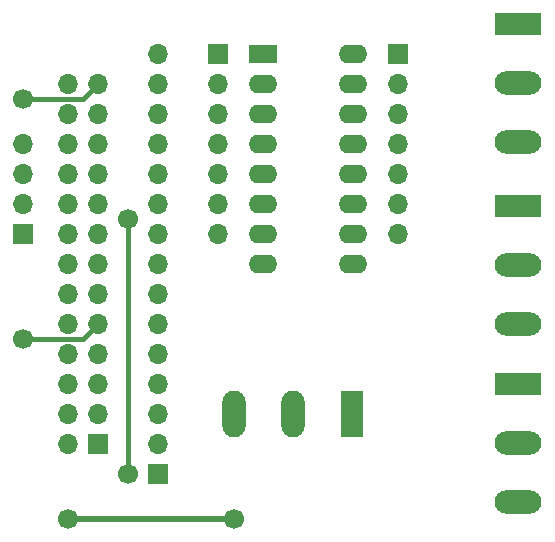
<source format=gbr>
%TF.GenerationSoftware,KiCad,Pcbnew,5.1.6*%
%TF.CreationDate,2020-06-10T16:54:39+07:00*%
%TF.ProjectId,pi_hat_driver_ULN2003,70695f68-6174-45f6-9472-697665725f55,rev?*%
%TF.SameCoordinates,Original*%
%TF.FileFunction,Copper,L1,Top*%
%TF.FilePolarity,Positive*%
%FSLAX46Y46*%
G04 Gerber Fmt 4.6, Leading zero omitted, Abs format (unit mm)*
G04 Created by KiCad (PCBNEW 5.1.6) date 2020-06-10 16:54:39*
%MOMM*%
%LPD*%
G01*
G04 APERTURE LIST*
%TA.AperFunction,ComponentPad*%
%ADD10R,1.980000X3.960000*%
%TD*%
%TA.AperFunction,ComponentPad*%
%ADD11O,1.980000X3.960000*%
%TD*%
%TA.AperFunction,ComponentPad*%
%ADD12R,1.700000X1.700000*%
%TD*%
%TA.AperFunction,ComponentPad*%
%ADD13O,1.700000X1.700000*%
%TD*%
%TA.AperFunction,ComponentPad*%
%ADD14R,2.400000X1.600000*%
%TD*%
%TA.AperFunction,ComponentPad*%
%ADD15O,2.400000X1.600000*%
%TD*%
%TA.AperFunction,ComponentPad*%
%ADD16R,3.960000X1.980000*%
%TD*%
%TA.AperFunction,ComponentPad*%
%ADD17O,3.960000X1.980000*%
%TD*%
%TA.AperFunction,ViaPad*%
%ADD18C,1.700000*%
%TD*%
%TA.AperFunction,Conductor*%
%ADD19C,0.400000*%
%TD*%
%TA.AperFunction,Conductor*%
%ADD20C,0.508000*%
%TD*%
G04 APERTURE END LIST*
D10*
%TO.P,J1,1*%
%TO.N,VREL*%
X51990000Y-52070000D03*
D11*
%TO.P,J1,2*%
%TO.N,GND*%
X46990000Y-52070000D03*
%TO.P,J1,3*%
%TO.N,5V*%
X41990000Y-52070000D03*
%TD*%
D12*
%TO.P,J2,1*%
%TO.N,3V3*%
X30480000Y-54610000D03*
D13*
%TO.P,J2,2*%
%TO.N,5V*%
X27940000Y-54610000D03*
%TO.P,J2,3*%
%TO.N,N$17*%
X30480000Y-52070000D03*
%TO.P,J2,4*%
%TO.N,5V*%
X27940000Y-52070000D03*
%TO.P,J2,5*%
%TO.N,N$18*%
X30480000Y-49530000D03*
%TO.P,J2,6*%
%TO.N,GND*%
X27940000Y-49530000D03*
%TO.P,J2,7*%
%TO.N,N$19*%
X30480000Y-46990000D03*
%TO.P,J2,8*%
%TO.N,N$20*%
X27940000Y-46990000D03*
%TO.P,J2,9*%
%TO.N,GND*%
X30480000Y-44450000D03*
%TO.P,J2,10*%
%TO.N,N$21*%
X27940000Y-44450000D03*
%TO.P,J2,11*%
%TO.N,N$22*%
X30480000Y-41910000D03*
%TO.P,J2,12*%
%TO.N,N$23*%
X27940000Y-41910000D03*
%TO.P,J2,13*%
%TO.N,N$24*%
X30480000Y-39370000D03*
%TO.P,J2,14*%
%TO.N,GND*%
X27940000Y-39370000D03*
%TO.P,J2,15*%
%TO.N,N$25*%
X30480000Y-36830000D03*
%TO.P,J2,16*%
%TO.N,N$1*%
X27940000Y-36830000D03*
%TO.P,J2,17*%
%TO.N,3V3*%
X30480000Y-34290000D03*
%TO.P,J2,18*%
%TO.N,N$2*%
X27940000Y-34290000D03*
%TO.P,J2,19*%
%TO.N,N$26*%
X30480000Y-31750000D03*
%TO.P,J2,20*%
%TO.N,GND*%
X27940000Y-31750000D03*
%TO.P,J2,21*%
%TO.N,N$27*%
X30480000Y-29210000D03*
%TO.P,J2,22*%
%TO.N,N$28*%
X27940000Y-29210000D03*
%TO.P,J2,23*%
%TO.N,N$29*%
X30480000Y-26670000D03*
%TO.P,J2,24*%
%TO.N,N$30*%
X27940000Y-26670000D03*
%TO.P,J2,25*%
%TO.N,GND*%
X30480000Y-24130000D03*
%TO.P,J2,26*%
%TO.N,N$31*%
X27940000Y-24130000D03*
%TD*%
D12*
%TO.P,J3,1*%
%TO.N,N$1*%
X24130000Y-36830000D03*
D13*
%TO.P,J3,2*%
%TO.N,N$2*%
X24130000Y-34290000D03*
%TO.P,J3,3*%
%TO.N,3V3*%
X24130000Y-31750000D03*
%TO.P,J3,4*%
%TO.N,GND*%
X24130000Y-29210000D03*
%TD*%
D12*
%TO.P,J4,1*%
%TO.N,N$3*%
X40640000Y-21590000D03*
D13*
%TO.P,J4,2*%
%TO.N,N$5*%
X40640000Y-24130000D03*
%TO.P,J4,3*%
%TO.N,N$7*%
X40640000Y-26670000D03*
%TO.P,J4,4*%
%TO.N,N$9*%
X40640000Y-29210000D03*
%TO.P,J4,5*%
%TO.N,N$11*%
X40640000Y-31750000D03*
%TO.P,J4,6*%
%TO.N,N$13*%
X40640000Y-34290000D03*
%TO.P,J4,7*%
%TO.N,N$15*%
X40640000Y-36830000D03*
%TD*%
%TO.P,J5,7*%
%TO.N,N$16*%
X55880000Y-36830000D03*
%TO.P,J5,6*%
%TO.N,N$14*%
X55880000Y-34290000D03*
%TO.P,J5,5*%
%TO.N,N$12*%
X55880000Y-31750000D03*
%TO.P,J5,4*%
%TO.N,N$10*%
X55880000Y-29210000D03*
%TO.P,J5,3*%
%TO.N,N$8*%
X55880000Y-26670000D03*
%TO.P,J5,2*%
%TO.N,N$6*%
X55880000Y-24130000D03*
D12*
%TO.P,J5,1*%
%TO.N,N$4*%
X55880000Y-21590000D03*
%TD*%
D14*
%TO.P,U1,1*%
%TO.N,N$3*%
X44450000Y-21590000D03*
D15*
%TO.P,U1,9*%
%TO.N,GND*%
X52070000Y-39370000D03*
%TO.P,U1,2*%
%TO.N,N$5*%
X44450000Y-24130000D03*
%TO.P,U1,10*%
%TO.N,N$16*%
X52070000Y-36830000D03*
%TO.P,U1,3*%
%TO.N,N$7*%
X44450000Y-26670000D03*
%TO.P,U1,11*%
%TO.N,N$14*%
X52070000Y-34290000D03*
%TO.P,U1,4*%
%TO.N,N$9*%
X44450000Y-29210000D03*
%TO.P,U1,12*%
%TO.N,N$12*%
X52070000Y-31750000D03*
%TO.P,U1,5*%
%TO.N,N$11*%
X44450000Y-31750000D03*
%TO.P,U1,13*%
%TO.N,N$10*%
X52070000Y-29210000D03*
%TO.P,U1,6*%
%TO.N,N$13*%
X44450000Y-34290000D03*
%TO.P,U1,14*%
%TO.N,N$8*%
X52070000Y-26670000D03*
%TO.P,U1,7*%
%TO.N,N$15*%
X44450000Y-36830000D03*
%TO.P,U1,15*%
%TO.N,N$6*%
X52070000Y-24130000D03*
%TO.P,U1,8*%
%TO.N,GND*%
X44450000Y-39370000D03*
%TO.P,U1,16*%
%TO.N,N$4*%
X52070000Y-21590000D03*
%TD*%
D12*
%TO.P,J6,1*%
%TO.N,N$17*%
X35560000Y-57150000D03*
D13*
%TO.P,J6,2*%
%TO.N,N$18*%
X35560000Y-54610000D03*
%TO.P,J6,3*%
%TO.N,N$19*%
X35560000Y-52070000D03*
%TO.P,J6,4*%
%TO.N,N$20*%
X35560000Y-49530000D03*
%TO.P,J6,5*%
%TO.N,N$21*%
X35560000Y-46990000D03*
%TO.P,J6,6*%
%TO.N,N$22*%
X35560000Y-44450000D03*
%TO.P,J6,7*%
%TO.N,N$23*%
X35560000Y-41910000D03*
%TO.P,J6,8*%
%TO.N,N$24*%
X35560000Y-39370000D03*
%TO.P,J6,9*%
%TO.N,N$25*%
X35560000Y-36830000D03*
%TO.P,J6,10*%
%TO.N,N$26*%
X35560000Y-34290000D03*
%TO.P,J6,11*%
%TO.N,N$27*%
X35560000Y-31750000D03*
%TO.P,J6,12*%
%TO.N,N$28*%
X35560000Y-29210000D03*
%TO.P,J6,13*%
%TO.N,N$29*%
X35560000Y-26670000D03*
%TO.P,J6,14*%
%TO.N,N$30*%
X35560000Y-24130000D03*
%TO.P,J6,15*%
%TO.N,N$31*%
X35560000Y-21590000D03*
%TD*%
D16*
%TO.P,J7,1*%
%TO.N,N$4*%
X66040000Y-19050000D03*
D17*
%TO.P,J7,2*%
%TO.N,N$6*%
X66040000Y-24050000D03*
%TO.P,J7,3*%
%TO.N,N$8*%
X66040000Y-29050000D03*
%TD*%
%TO.P,J8,3*%
%TO.N,N$14*%
X66040000Y-44450000D03*
%TO.P,J8,2*%
%TO.N,N$12*%
X66040000Y-39450000D03*
D16*
%TO.P,J8,1*%
%TO.N,N$10*%
X66040000Y-34450000D03*
%TD*%
%TO.P,J9,1*%
%TO.N,N$16*%
X66040000Y-49530000D03*
D17*
%TO.P,J9,2*%
%TO.N,VREL*%
X66040000Y-54530000D03*
%TO.P,J9,3*%
X66040000Y-59530000D03*
%TD*%
D18*
%TO.N,GND*%
X24130000Y-45720000D03*
X24130000Y-25400000D03*
%TO.N,5V*%
X41990000Y-60960000D03*
X27940000Y-60960000D03*
%TO.N,3V3*%
X33020000Y-35560000D03*
X33020000Y-57150000D03*
%TD*%
D19*
%TO.N,GND*%
X30480000Y-44450000D02*
X29210000Y-45720000D01*
X29210000Y-45720000D02*
X24130000Y-45720000D01*
X30480000Y-24130000D02*
X29210000Y-25400000D01*
X29210000Y-25400000D02*
X24130000Y-25400000D01*
D20*
%TO.N,5V*%
X41990000Y-60960000D02*
X27940000Y-60960000D01*
D19*
%TO.N,3V3*%
X33020000Y-35560000D02*
X33020000Y-57150000D01*
%TD*%
M02*

</source>
